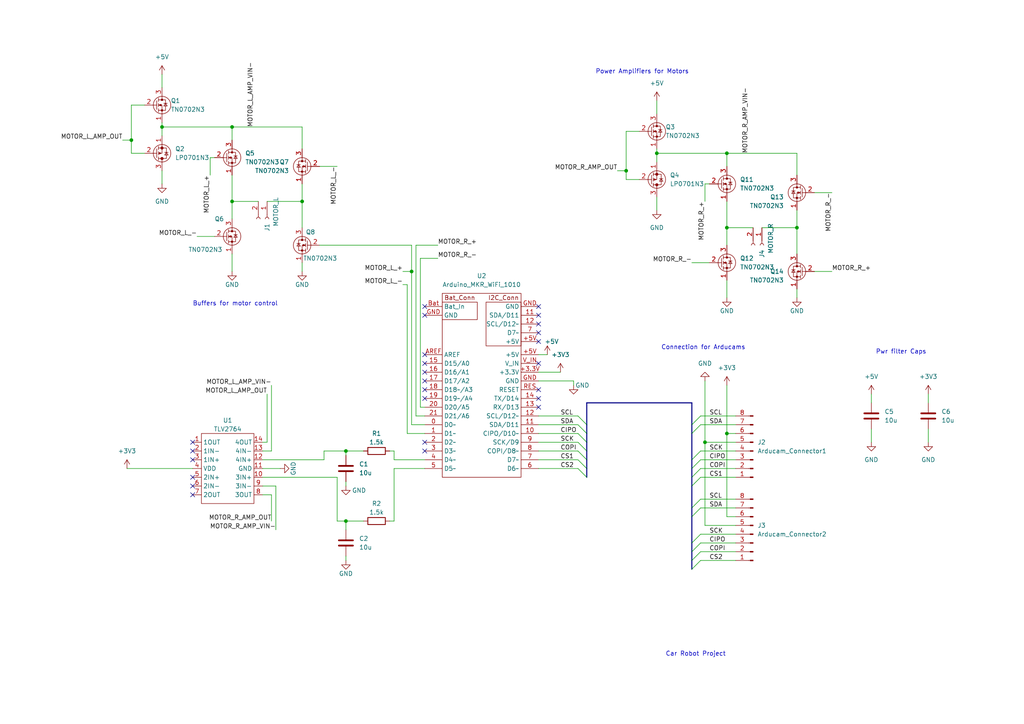
<source format=kicad_sch>
(kicad_sch (version 20211123) (generator eeschema)
  (paper "A4")
  (lib_symbols
    (symbol "Adruino_Shields:Arduino_MKR_WiFi_1010"
      (property "Reference" "U" (at -1.27 -31.75 0))
      (property "Value" "Arduino_MKR_WiFi_1010" (at -1.27 -34.29 0))
      (symbol "Arduino_MKR_WiFi_1010_0_0"
        (rectangle (start 0 17.78) (end 10.16 5.08))
        (text "Bat_Conn" (at -7.62 19.05 0) (effects (font (size 1.27 1.27))))
        (text "I2C_Conn" (at 5.08 19.05 0) (effects (font (size 1.27 1.27))))
      )
      (symbol "Arduino_MKR_WiFi_1010_0_1"
        (rectangle (start -12.7 17.78) (end -2.54 12.7))
        (rectangle (start -12.7 20.32) (end 10.16 -33.02))
      )
      (symbol "Arduino_MKR_WiFi_1010_1_1"
        (pin power_out line (at 15.24 -2.54 180) (length 5.08) (name "+3.3V") (number "+3.3V"))
        (pin power_out line (at 15.24 2.54 180) (length 5.08) (name "+5V") (number "+5V"))
        (pin power_out line (at 15.24 6.35 180) (length 5.08) (name "+5V") (number "+5V"))
        (pin bidirectional line (at -17.78 -17.78 0) (length 5.08) (name "D0~") (number "0"))
        (pin bidirectional line (at -17.78 -20.32 0) (length 5.08) (name "D1~") (number "1"))
        (pin bidirectional line (at 15.24 -20.32 180) (length 5.08) (name "CIPO/D10~") (number "10"))
        (pin bidirectional line (at 15.24 -17.78 180) (length 5.08) (name "SDA/D11") (number "11"))
        (pin bidirectional line (at 15.24 13.97 180) (length 5.08) (name "SDA/D11") (number "11"))
        (pin bidirectional line (at 15.24 -15.24 180) (length 5.08) (name "SCL/D12~") (number "12"))
        (pin bidirectional line (at 15.24 11.43 180) (length 5.08) (name "SCL/D12~") (number "12"))
        (pin bidirectional line (at 15.24 -12.7 180) (length 5.08) (name "RX/D13") (number "13"))
        (pin bidirectional line (at 15.24 -10.16 180) (length 5.08) (name "TX/D14") (number "14"))
        (pin bidirectional line (at -17.78 0 0) (length 5.08) (name "D15/A0") (number "15"))
        (pin bidirectional line (at -17.78 -2.54 0) (length 5.08) (name "D16/A1") (number "16"))
        (pin bidirectional line (at -17.78 -5.08 0) (length 5.08) (name "D17/A2") (number "17"))
        (pin bidirectional line (at -17.78 -7.62 0) (length 5.08) (name "D18~/A3") (number "18"))
        (pin bidirectional line (at -17.78 -10.16 0) (length 5.08) (name "D19~/A4") (number "19"))
        (pin bidirectional line (at -17.78 -22.86 0) (length 5.08) (name "D2~") (number "2"))
        (pin bidirectional line (at -17.78 -12.7 0) (length 5.08) (name "D20/A5") (number "20"))
        (pin bidirectional line (at -17.78 -15.24 0) (length 5.08) (name "D21/A6") (number "21"))
        (pin bidirectional line (at -17.78 -25.4 0) (length 5.08) (name "D3~") (number "3"))
        (pin bidirectional line (at -17.78 -27.94 0) (length 5.08) (name "D4~") (number "4"))
        (pin bidirectional line (at -17.78 -30.48 0) (length 5.08) (name "D5~") (number "5"))
        (pin bidirectional line (at 15.24 -30.48 180) (length 5.08) (name "D6~") (number "6"))
        (pin bidirectional line (at 15.24 -27.94 180) (length 5.08) (name "D7~") (number "7"))
        (pin bidirectional line (at 15.24 8.89 180) (length 5.08) (name "D7~") (number "7"))
        (pin bidirectional line (at 15.24 -25.4 180) (length 5.08) (name "COPI/D8~") (number "8"))
        (pin bidirectional line (at 15.24 -22.86 180) (length 5.08) (name "SCK/D9") (number "9"))
        (pin output line (at -17.78 2.54 0) (length 5.08) (name "AREF") (number "AREF"))
        (pin power_in line (at -17.78 16.51 0) (length 5.08) (name "Bat_In") (number "Bat"))
        (pin power_in line (at -17.78 13.97 0) (length 5.08) (name "GND") (number "GND"))
        (pin power_out line (at 15.24 -5.08 180) (length 5.08) (name "GND") (number "GND"))
        (pin power_out line (at 15.24 16.51 180) (length 5.08) (name "GND") (number "GND"))
        (pin input line (at 15.24 -7.62 180) (length 5.08) (name "RESET") (number "RES"))
        (pin power_in line (at 15.24 0 180) (length 5.08) (name "V_IN") (number "V_IN"))
      )
    )
    (symbol "Amplifier_Operational:TLV2764"
      (property "Reference" "U" (at 0 13.97 0))
      (property "Value" "TLV2764" (at 0 11.43 0))
      (symbol "TLV2764_0_1"
        (rectangle (start -7.62 10.16) (end 7.62 -10.16))
      )
      (symbol "TLV2764_1_1"
        (pin output line (at -10.16 7.62 0) (length 2.54) (name "1OUT") (number "1"))
        (pin input line (at 10.16 -2.54 180) (length 2.54) (name "3IN+") (number "10"))
        (pin power_in line (at 10.16 0 180) (length 2.54) (name "GND") (number "11"))
        (pin input line (at 10.16 2.54 180) (length 2.54) (name "4IN+") (number "12"))
        (pin input line (at 10.16 5.08 180) (length 2.54) (name "4IN-") (number "13"))
        (pin output line (at 10.16 7.62 180) (length 2.54) (name "4OUT") (number "14"))
        (pin input line (at -10.16 5.08 0) (length 2.54) (name "1IN-") (number "2"))
        (pin input line (at -10.16 2.54 0) (length 2.54) (name "1IN+") (number "3"))
        (pin power_in line (at -10.16 0 0) (length 2.54) (name "VDD") (number "4"))
        (pin input line (at -10.16 -2.54 0) (length 2.54) (name "2IN+") (number "5"))
        (pin input line (at -10.16 -5.08 0) (length 2.54) (name "2IN-") (number "6"))
        (pin output line (at -10.16 -7.62 0) (length 2.54) (name "2OUT") (number "7"))
        (pin output line (at 10.16 -7.62 180) (length 2.54) (name "3OUT") (number "8"))
        (pin input line (at 10.16 -5.08 180) (length 2.54) (name "3IN-") (number "9"))
      )
    )
    (symbol "Connector:Conn_01x02_Female" (pin_names (offset 1.016) hide)
      (property "Reference" "J" (at 0 2.54 0))
      (property "Value" "Conn_01x02_Female" (at 0 -5.08 0))
      (symbol "Conn_01x02_Female_1_1"
        (arc (start 0 -2.032) (mid -0.508 -2.54) (end 0 -3.048) (stroke (width 0.1524)))
        (polyline (pts (xy -1.27 -2.54) (xy -0.508 -2.54)) (stroke (width 0.1524)))
        (polyline (pts (xy -1.27 0) (xy -0.508 0)) (stroke (width 0.1524)))
        (arc (start 0 0.508) (mid -0.508 0) (end 0 -0.508) (stroke (width 0.1524)))
        (pin passive line (at -5.08 0 0) (length 3.81) (name "Pin_1") (number "1"))
        (pin passive line (at -5.08 -2.54 0) (length 3.81) (name "Pin_2") (number "2"))
      )
    )
    (symbol "Connector:Conn_01x08_Male" (pin_names (offset 1.016) hide)
      (property "Reference" "J" (at 0 10.16 0))
      (property "Value" "Conn_01x08_Male" (at 0 -12.7 0))
      (symbol "Conn_01x08_Male_1_1"
        (polyline (pts (xy 1.27 -10.16) (xy 0.8636 -10.16)) (stroke (width 0.1524)))
        (polyline (pts (xy 1.27 -7.62) (xy 0.8636 -7.62)) (stroke (width 0.1524)))
        (polyline (pts (xy 1.27 -5.08) (xy 0.8636 -5.08)) (stroke (width 0.1524)))
        (polyline (pts (xy 1.27 -2.54) (xy 0.8636 -2.54)) (stroke (width 0.1524)))
        (polyline (pts (xy 1.27 0) (xy 0.8636 0)) (stroke (width 0.1524)))
        (polyline (pts (xy 1.27 2.54) (xy 0.8636 2.54)) (stroke (width 0.1524)))
        (polyline (pts (xy 1.27 5.08) (xy 0.8636 5.08)) (stroke (width 0.1524)))
        (polyline (pts (xy 1.27 7.62) (xy 0.8636 7.62)) (stroke (width 0.1524)))
        (rectangle (start 0.8636 -10.033) (end 0 -10.287) (stroke (width 0.1524)) (fill (type outline)))
        (rectangle (start 0.8636 -7.493) (end 0 -7.747) (stroke (width 0.1524)) (fill (type outline)))
        (rectangle (start 0.8636 -4.953) (end 0 -5.207) (stroke (width 0.1524)) (fill (type outline)))
        (rectangle (start 0.8636 -2.413) (end 0 -2.667) (stroke (width 0.1524)) (fill (type outline)))
        (rectangle (start 0.8636 0.127) (end 0 -0.127) (stroke (width 0.1524)) (fill (type outline)))
        (rectangle (start 0.8636 2.667) (end 0 2.413) (stroke (width 0.1524)) (fill (type outline)))
        (rectangle (start 0.8636 5.207) (end 0 4.953) (stroke (width 0.1524)) (fill (type outline)))
        (rectangle (start 0.8636 7.747) (end 0 7.493) (stroke (width 0.1524)) (fill (type outline)))
        (pin passive line (at 5.08 7.62 180) (length 3.81) (name "Pin_1") (number "1"))
        (pin passive line (at 5.08 5.08 180) (length 3.81) (name "Pin_2") (number "2"))
        (pin passive line (at 5.08 2.54 180) (length 3.81) (name "Pin_3") (number "3"))
        (pin passive line (at 5.08 0 180) (length 3.81) (name "Pin_4") (number "4"))
        (pin passive line (at 5.08 -2.54 180) (length 3.81) (name "Pin_5") (number "5"))
        (pin passive line (at 5.08 -5.08 180) (length 3.81) (name "Pin_6") (number "6"))
        (pin passive line (at 5.08 -7.62 180) (length 3.81) (name "Pin_7") (number "7"))
        (pin passive line (at 5.08 -10.16 180) (length 3.81) (name "Pin_8") (number "8"))
      )
    )
    (symbol "Device:C" (pin_numbers hide) (pin_names (offset 0.254))
      (property "Reference" "C" (at 0.635 2.54 0))
      (property "Value" "C" (at 0.635 -2.54 0))
      (symbol "C_0_1"
        (polyline (pts (xy -2.032 -0.762) (xy 2.032 -0.762)) (stroke (width 0.508)))
        (polyline (pts (xy -2.032 0.762) (xy 2.032 0.762)) (stroke (width 0.508)))
      )
      (symbol "C_1_1"
        (pin passive line (at 0 3.81 270) (length 2.794) (name "~") (number "1"))
        (pin passive line (at 0 -3.81 90) (length 2.794) (name "~") (number "2"))
      )
    )
    (symbol "Device:R" (pin_numbers hide) (pin_names (offset 0))
      (property "Reference" "R" (at 2.032 0 90))
      (property "Value" "R" (at 0 0 90))
      (symbol "R_0_1"
        (rectangle (start -1.016 -2.54) (end 1.016 2.54) (stroke (width 0.254)))
      )
      (symbol "R_1_1"
        (pin passive line (at 0 3.81 270) (length 1.27) (name "~") (number "1"))
        (pin passive line (at 0 -3.81 90) (length 1.27) (name "~") (number "2"))
      )
    )
    (symbol "Transistor_FET:LP0701N3"
      (property "Reference" "Q" (at 5.08 0 0))
      (property "Value" "LP0701N3" (at 7.62 0 90))
      (symbol "LP0701N3_0_1"
        (circle (center 0 -1.524) (radius 0.3592) (fill (type outline)))
        (polyline (pts (xy -1.524 0) (xy -2.54 0)))
        (polyline (pts (xy -1.524 1.27) (xy -1.524 -1.27)))
        (polyline (pts (xy -1.016 -1.016) (xy -1.016 -2.032)))
        (polyline (pts (xy -1.016 0.508) (xy -1.016 -0.508)))
        (polyline (pts (xy -1.016 2.032) (xy -1.016 1.016)))
        (polyline (pts (xy 0 -1.524) (xy 0 -2.54)))
        (polyline (pts (xy 0 1.524) (xy 0 2.54)))
        (polyline (pts (xy 1.778 0.254) (xy 0.762 0.254)))
        (polyline (pts (xy -1.016 0) (xy 0 0) (xy 0 1.524)))
        (polyline (pts (xy -1.016 1.524) (xy 1.27 1.524) (xy 1.27 -1.524) (xy -1.016 -1.524)))
        (polyline (pts (xy -0.254 0) (xy -0.762 -0.254) (xy -0.762 0.254) (xy -0.254 0)) (fill (type outline)))
        (polyline (pts (xy 1.778 -0.508) (xy 0.762 -0.508) (xy 1.27 0.254) (xy 1.778 -0.508)))
        (circle (center 0 0) (radius 2.54))
        (circle (center 0 1.524) (radius 0.3592) (fill (type outline)))
      )
      (symbol "LP0701N3_1_1"
        (pin passive line (at 0 5.08 270) (length 2.54) (name "") (number "1"))
        (pin passive line (at -5.08 0 0) (length 2.54) (name "") (number "2"))
        (pin passive line (at 0 -5.08 90) (length 2.54) (name "") (number "3"))
      )
    )
    (symbol "Transistor_FET:TN0702N3"
      (property "Reference" "Q" (at 1.27 -7.62 0))
      (property "Value" "TN0702N3" (at 0 15.24 0))
      (symbol "TN0702N3_0_1"
        (circle (center 0 -1.524) (radius 0.254) (fill (type outline)))
        (polyline (pts (xy -1.524 -1.27) (xy -1.524 1.27)))
        (polyline (pts (xy -1.524 0) (xy -2.54 0)))
        (polyline (pts (xy -1.016 -1.016) (xy -1.016 -2.032)))
        (polyline (pts (xy -1.016 0) (xy -1.016 0)))
        (polyline (pts (xy -1.016 0.508) (xy -1.016 -0.508)))
        (polyline (pts (xy -1.016 2.032) (xy -1.016 1.016)))
        (polyline (pts (xy -0.254 -0.254) (xy -0.254 -0.254)))
        (polyline (pts (xy 0 -1.524) (xy 0 -2.54)))
        (polyline (pts (xy 0 1.524) (xy 0 2.54)))
        (polyline (pts (xy 0 2.54) (xy 0 2.54)))
        (polyline (pts (xy 0.508 0.508) (xy 1.524 0.508)))
        (polyline (pts (xy 0 -1.524) (xy 0 0) (xy -1.016 0)))
        (polyline (pts (xy -1.016 -1.524) (xy 1.016 -1.524) (xy 1.016 1.524) (xy -1.016 1.524)))
        (polyline (pts (xy -1.016 0) (xy -0.254 0.254) (xy -0.254 -0.254) (xy -1.016 0)) (fill (type outline)))
        (polyline (pts (xy 0.508 -0.254) (xy 1.016 0.508) (xy 1.524 -0.254) (xy 0.508 -0.254)))
        (circle (center 0 0) (radius 2.54))
        (circle (center 0 1.524) (radius 0.254) (fill (type outline)))
      )
      (symbol "TN0702N3_1_1"
        (pin passive line (at 0 -5.08 90) (length 2.54) (name "") (number "1"))
        (pin passive line (at -5.08 0 0) (length 2.54) (name "") (number "2"))
        (pin passive line (at 0 5.08 270) (length 2.54) (name "") (number "3"))
      )
    )
    (symbol "power:+3.3V" (power) (pin_names (offset 0))
      (property "Value" "+3.3V" (at 0 3.556 0))
      (symbol "+3.3V_0_1"
        (polyline (pts (xy -0.762 1.27) (xy 0 2.54)))
        (polyline (pts (xy 0 0) (xy 0 2.54)))
        (polyline (pts (xy 0 2.54) (xy 0.762 1.27)))
      )
      (symbol "+3.3V_1_1"
        (pin power_in line (at 0 0 90) (length 0) hide (name "+3V3") (number "1"))
      )
    )
    (symbol "power:+5V" (power) (pin_names (offset 0))
      (property "Value" "+5V" (at 0 3.556 0))
      (symbol "+5V_0_1"
        (polyline (pts (xy -0.762 1.27) (xy 0 2.54)))
        (polyline (pts (xy 0 0) (xy 0 2.54)))
        (polyline (pts (xy 0 2.54) (xy 0.762 1.27)))
      )
      (symbol "+5V_1_1"
        (pin power_in line (at 0 0 90) (length 0) hide (name "+5V") (number "1"))
      )
    )
    (symbol "power:GND" (power) (pin_names (offset 0))
      (property "Value" "GND" (at 0 -3.81 0))
      (symbol "GND_0_1"
        (polyline (pts (xy 0 0) (xy 0 -1.27) (xy 1.27 -1.27) (xy 0 -2.54) (xy -1.27 -1.27) (xy 0 -1.27)))
      )
      (symbol "GND_1_1"
        (pin power_in line (at 0 0 270) (length 0) hide (name "GND") (number "1"))
      )
    )
  )
  (junction (at 67.31 58.42))
  (junction (at 210.82 125.73))
  (junction (at 204.47 128.27))
  (junction (at 119.38 78.74))
  (junction (at 210.82 66.04))
  (junction (at 38.1 40.64))
  (junction (at 100.33 130.81))
  (junction (at 190.5 44.45))
  (junction (at 231.14 66.04))
  (junction (at 210.82 44.45))
  (junction (at 100.33 151.13))
  (junction (at 87.63 58.42))
  (junction (at 67.31 36.83))
  (junction (at 181.61 49.53))
  (junction (at 46.99 36.83))
  (no_connect (at 156.21 99.06))
  (no_connect (at 156.21 96.52))
  (no_connect (at 156.21 93.98))
  (no_connect (at 156.21 91.44))
  (no_connect (at 123.19 88.9))
  (no_connect (at 123.19 91.44))
  (no_connect (at 156.21 105.41))
  (no_connect (at 156.21 118.11))
  (no_connect (at 156.21 115.57))
  (no_connect (at 123.19 130.81))
  (no_connect (at 123.19 128.27))
  (no_connect (at 156.21 113.03))
  (no_connect (at 156.21 88.9))
  (no_connect (at 123.19 105.41))
  (no_connect (at 123.19 102.87))
  (no_connect (at 123.19 113.03))
  (no_connect (at 123.19 110.49))
  (no_connect (at 123.19 107.95))
  (no_connect (at 123.19 115.57))
  (no_connect (at 55.88 138.43))
  (no_connect (at 55.88 140.97))
  (no_connect (at 55.88 143.51))
  (no_connect (at 55.88 133.35))
  (no_connect (at 55.88 128.27))
  (no_connect (at 55.88 130.81))
  (bus_entry (at 200.66 133.35) (size 2.54 -2.54))
  (bus_entry (at 200.66 135.89) (size 2.54 -2.54))
  (bus_entry (at 200.66 138.43) (size 2.54 -2.54))
  (bus_entry (at 167.64 120.65) (size 2.54 2.54))
  (bus_entry (at 167.64 133.35) (size 2.54 2.54))
  (bus_entry (at 167.64 135.89) (size 2.54 2.54))
  (bus_entry (at 167.64 128.27) (size 2.54 2.54))
  (bus_entry (at 167.64 130.81) (size 2.54 2.54))
  (bus_entry (at 167.64 123.19) (size 2.54 2.54))
  (bus_entry (at 167.64 125.73) (size 2.54 2.54))
  (bus_entry (at 200.66 157.48) (size 2.54 -2.54))
  (bus_entry (at 200.66 165.1) (size 2.54 -2.54))
  (bus_entry (at 200.66 160.02) (size 2.54 -2.54))
  (bus_entry (at 200.66 162.56) (size 2.54 -2.54))
  (bus_entry (at 200.66 147.32) (size 2.54 -2.54))
  (bus_entry (at 200.66 149.86) (size 2.54 -2.54))
  (bus_entry (at 200.66 140.97) (size 2.54 -2.54))
  (bus_entry (at 203.2 123.19) (size -2.54 2.54))
  (bus_entry (at 203.2 120.65) (size -2.54 2.54))
  (wire (pts (xy 220.98 66.04) (xy 231.14 66.04)))
  (wire (pts (xy 231.14 83.82) (xy 231.14 86.36)))
  (bus (pts (xy 170.18 128.27) (xy 170.18 130.81)))
  (wire (pts (xy 210.82 58.42) (xy 210.82 66.04)))
  (wire (pts (xy 67.31 73.66) (xy 67.31 78.74)))
  (wire (pts (xy 46.99 36.83) (xy 67.31 36.83)))
  (wire (pts (xy 181.61 52.07) (xy 185.42 52.07)))
  (wire (pts (xy 203.2 135.89) (xy 213.36 135.89)))
  (wire (pts (xy 156.21 135.89) (xy 167.64 135.89)))
  (wire (pts (xy 269.24 114.3) (xy 269.24 116.84)))
  (bus (pts (xy 200.66 157.48) (xy 200.66 160.02)))
  (wire (pts (xy 76.2 133.35) (xy 93.98 133.35)))
  (wire (pts (xy 156.21 125.73) (xy 167.64 125.73)))
  (wire (pts (xy 78.74 143.51) (xy 76.2 143.51)))
  (wire (pts (xy 190.5 43.18) (xy 190.5 44.45)))
  (wire (pts (xy 156.21 110.49) (xy 166.37 110.49)))
  (wire (pts (xy 46.99 49.53) (xy 46.99 53.34)))
  (wire (pts (xy 231.14 50.8) (xy 231.14 44.45)))
  (wire (pts (xy 93.98 130.81) (xy 100.33 130.81)))
  (wire (pts (xy 35.56 40.64) (xy 38.1 40.64)))
  (wire (pts (xy 156.21 128.27) (xy 167.64 128.27)))
  (wire (pts (xy 204.47 58.42) (xy 204.47 53.34)))
  (bus (pts (xy 200.66 147.32) (xy 200.66 149.86)))
  (wire (pts (xy 210.82 44.45) (xy 231.14 44.45)))
  (wire (pts (xy 76.2 138.43) (xy 97.79 138.43)))
  (wire (pts (xy 156.21 130.81) (xy 167.64 130.81)))
  (bus (pts (xy 170.18 130.81) (xy 170.18 133.35)))
  (wire (pts (xy 203.2 123.19) (xy 213.36 123.19)))
  (wire (pts (xy 156.21 133.35) (xy 167.64 133.35)))
  (wire (pts (xy 76.2 128.27) (xy 77.47 128.27)))
  (wire (pts (xy 38.1 44.45) (xy 41.91 44.45)))
  (bus (pts (xy 170.18 116.84) (xy 170.18 123.19)))
  (wire (pts (xy 156.21 107.95) (xy 162.56 107.95)))
  (wire (pts (xy 203.2 133.35) (xy 213.36 133.35)))
  (wire (pts (xy 67.31 36.83) (xy 67.31 40.64)))
  (wire (pts (xy 203.2 130.81) (xy 213.36 130.81)))
  (wire (pts (xy 97.79 138.43) (xy 97.79 151.13)))
  (wire (pts (xy 121.92 118.11) (xy 121.92 74.93)))
  (bus (pts (xy 200.66 133.35) (xy 200.66 135.89)))
  (wire (pts (xy 204.47 53.34) (xy 205.74 53.34)))
  (wire (pts (xy 93.98 133.35) (xy 93.98 130.81)))
  (wire (pts (xy 76.2 130.81) (xy 78.74 130.81)))
  (wire (pts (xy 210.82 44.45) (xy 210.82 48.26)))
  (wire (pts (xy 77.47 128.27) (xy 77.47 114.3)))
  (wire (pts (xy 38.1 30.48) (xy 41.91 30.48)))
  (bus (pts (xy 170.18 133.35) (xy 170.18 135.89)))
  (wire (pts (xy 156.21 120.65) (xy 167.64 120.65)))
  (wire (pts (xy 38.1 40.64) (xy 38.1 44.45)))
  (wire (pts (xy 156.21 123.19) (xy 167.64 123.19)))
  (wire (pts (xy 120.65 71.12) (xy 127 71.12)))
  (bus (pts (xy 200.66 149.86) (xy 200.66 157.48)))
  (wire (pts (xy 87.63 76.2) (xy 87.63 78.74)))
  (wire (pts (xy 203.2 120.65) (xy 213.36 120.65)))
  (wire (pts (xy 60.96 45.72) (xy 62.23 45.72)))
  (wire (pts (xy 121.92 74.93) (xy 127 74.93)))
  (wire (pts (xy 38.1 30.48) (xy 38.1 40.64)))
  (wire (pts (xy 166.37 110.49) (xy 166.37 111.76)))
  (wire (pts (xy 118.11 82.55) (xy 118.11 125.73)))
  (wire (pts (xy 231.14 66.04) (xy 231.14 60.96)))
  (wire (pts (xy 67.31 36.83) (xy 87.63 36.83)))
  (bus (pts (xy 200.66 162.56) (xy 200.66 165.1)))
  (wire (pts (xy 87.63 58.42) (xy 87.63 53.34)))
  (wire (pts (xy 210.82 66.04) (xy 218.44 66.04)))
  (wire (pts (xy 114.3 151.13) (xy 114.3 135.89)))
  (wire (pts (xy 67.31 58.42) (xy 67.31 63.5)))
  (wire (pts (xy 105.41 130.81) (xy 100.33 130.81)))
  (wire (pts (xy 97.79 151.13) (xy 100.33 151.13)))
  (wire (pts (xy 100.33 151.13) (xy 100.33 153.67)))
  (wire (pts (xy 67.31 58.42) (xy 74.93 58.42)))
  (wire (pts (xy 57.15 68.58) (xy 62.23 68.58)))
  (wire (pts (xy 190.5 29.21) (xy 190.5 33.02)))
  (wire (pts (xy 87.63 43.18) (xy 87.63 36.83)))
  (wire (pts (xy 204.47 128.27) (xy 204.47 152.4)))
  (wire (pts (xy 123.19 123.19) (xy 119.38 123.19)))
  (wire (pts (xy 114.3 135.89) (xy 123.19 135.89)))
  (bus (pts (xy 200.66 160.02) (xy 200.66 162.56)))
  (wire (pts (xy 100.33 151.13) (xy 105.41 151.13)))
  (wire (pts (xy 46.99 35.56) (xy 46.99 36.83)))
  (wire (pts (xy 114.3 133.35) (xy 114.3 130.81)))
  (wire (pts (xy 113.03 151.13) (xy 114.3 151.13)))
  (wire (pts (xy 46.99 21.59) (xy 46.99 25.4)))
  (wire (pts (xy 269.24 124.46) (xy 269.24 128.27)))
  (wire (pts (xy 119.38 78.74) (xy 116.84 78.74)))
  (wire (pts (xy 204.47 110.49) (xy 204.47 128.27)))
  (wire (pts (xy 236.22 78.74) (xy 241.3 78.74)))
  (wire (pts (xy 123.19 133.35) (xy 114.3 133.35)))
  (wire (pts (xy 119.38 123.19) (xy 119.38 78.74)))
  (wire (pts (xy 181.61 49.53) (xy 181.61 52.07)))
  (wire (pts (xy 190.5 44.45) (xy 190.5 46.99)))
  (bus (pts (xy 200.66 140.97) (xy 200.66 147.32)))
  (wire (pts (xy 190.5 57.15) (xy 190.5 60.96)))
  (wire (pts (xy 210.82 149.86) (xy 210.82 125.73)))
  (wire (pts (xy 200.66 76.2) (xy 205.74 76.2)))
  (wire (pts (xy 210.82 66.04) (xy 210.82 71.12)))
  (wire (pts (xy 100.33 162.56) (xy 100.33 161.29)))
  (bus (pts (xy 170.18 125.73) (xy 170.18 128.27)))
  (wire (pts (xy 123.19 120.65) (xy 120.65 120.65)))
  (wire (pts (xy 204.47 152.4) (xy 213.36 152.4)))
  (bus (pts (xy 170.18 123.19) (xy 170.18 125.73)))
  (wire (pts (xy 213.36 149.86) (xy 210.82 149.86)))
  (wire (pts (xy 46.99 36.83) (xy 46.99 39.37)))
  (wire (pts (xy 190.5 44.45) (xy 210.82 44.45)))
  (wire (pts (xy 100.33 140.97) (xy 100.33 139.7)))
  (bus (pts (xy 200.66 123.19) (xy 200.66 125.73)))
  (wire (pts (xy 92.71 48.26) (xy 97.79 48.26)))
  (wire (pts (xy 181.61 38.1) (xy 185.42 38.1)))
  (wire (pts (xy 203.2 160.02) (xy 213.36 160.02)))
  (wire (pts (xy 204.47 128.27) (xy 213.36 128.27)))
  (wire (pts (xy 116.84 82.55) (xy 118.11 82.55)))
  (wire (pts (xy 203.2 154.94) (xy 213.36 154.94)))
  (wire (pts (xy 231.14 66.04) (xy 231.14 73.66)))
  (bus (pts (xy 200.66 125.73) (xy 200.66 133.35)))
  (wire (pts (xy 113.03 130.81) (xy 114.3 130.81)))
  (wire (pts (xy 67.31 50.8) (xy 67.31 58.42)))
  (bus (pts (xy 200.66 116.84) (xy 200.66 123.19)))
  (bus (pts (xy 170.18 135.89) (xy 170.18 138.43)))
  (wire (pts (xy 203.2 138.43) (xy 213.36 138.43)))
  (wire (pts (xy 179.07 49.53) (xy 181.61 49.53)))
  (wire (pts (xy 92.71 71.12) (xy 119.38 71.12)))
  (wire (pts (xy 252.73 124.46) (xy 252.73 128.27)))
  (wire (pts (xy 156.21 102.87) (xy 158.75 102.87)))
  (bus (pts (xy 200.66 135.89) (xy 200.66 138.43)))
  (wire (pts (xy 252.73 114.3) (xy 252.73 116.84)))
  (wire (pts (xy 78.74 151.13) (xy 78.74 143.51)))
  (bus (pts (xy 200.66 138.43) (xy 200.66 140.97)))
  (wire (pts (xy 36.83 135.89) (xy 55.88 135.89)))
  (wire (pts (xy 236.22 55.88) (xy 241.3 55.88)))
  (wire (pts (xy 203.2 162.56) (xy 213.36 162.56)))
  (wire (pts (xy 119.38 78.74) (xy 119.38 71.12)))
  (wire (pts (xy 123.19 118.11) (xy 121.92 118.11)))
  (wire (pts (xy 118.11 125.73) (xy 123.19 125.73)))
  (wire (pts (xy 80.01 153.67) (xy 80.01 140.97)))
  (wire (pts (xy 77.47 58.42) (xy 87.63 58.42)))
  (wire (pts (xy 78.74 130.81) (xy 78.74 111.76)))
  (wire (pts (xy 210.82 125.73) (xy 210.82 111.76)))
  (wire (pts (xy 76.2 135.89) (xy 81.28 135.89)))
  (wire (pts (xy 60.96 50.8) (xy 60.96 45.72)))
  (wire (pts (xy 210.82 125.73) (xy 213.36 125.73)))
  (wire (pts (xy 87.63 58.42) (xy 87.63 66.04)))
  (wire (pts (xy 203.2 157.48) (xy 213.36 157.48)))
  (wire (pts (xy 210.82 81.28) (xy 210.82 86.36)))
  (wire (pts (xy 100.33 130.81) (xy 100.33 132.08)))
  (wire (pts (xy 120.65 120.65) (xy 120.65 71.12)))
  (wire (pts (xy 203.2 144.78) (xy 213.36 144.78)))
  (wire (pts (xy 181.61 38.1) (xy 181.61 49.53)))
  (bus (pts (xy 170.18 116.84) (xy 200.66 116.84)))
  (wire (pts (xy 203.2 147.32) (xy 213.36 147.32)))
  (wire (pts (xy 80.01 140.97) (xy 76.2 140.97)))
  (text "Pwr filter Caps" (at 254 102.87 0) (effects (font (size 1.27 1.27)) (justify left bottom)))
  (text "Power Amplifiers for Motors\n" (at 172.72 21.59 0) (effects (font (size 1.27 1.27)) (justify left bottom)))
  (text "Buffers for motor control" (at 55.88 88.9 0) (effects (font (size 1.27 1.27)) (justify left bottom)))
  (text "Connection for Arducams" (at 191.77 101.6 0) (effects (font (size 1.27 1.27)) (justify left bottom)))
  (text "Car Robot Project\n" (at 193.04 190.5 0) (effects (font (size 1.27 1.27)) (justify left bottom)))
  (label "CS2" (at 205.74 162.56 0))
  (label "CIPO" (at 205.74 133.35 0))
  (label "MOTOR_L_+" (at 60.96 50.8 270))
  (label "MOTOR_L_AMP_VIN-" (at 78.74 111.76 180))
  (label "MOTOR_R_+" (at 241.3 78.74 0))
  (label "MOTOR_R_-" (at 127 74.93 0))
  (label "SCL" (at 205.74 120.65 0))
  (label "CIPO" (at 162.56 125.73 0))
  (label "SDA" (at 205.74 123.19 0))
  (label "SCL" (at 162.56 120.65 0))
  (label "MOTOR_L_-" (at 57.15 68.58 180))
  (label "SDA" (at 162.56 123.19 0))
  (label "SCL" (at 205.74 144.78 0))
  (label "MOTOR_R_AMP_VIN-" (at 217.17 44.45 90))
  (label "MOTOR_L_AMP_VIN-" (at 73.66 36.83 90))
  (label "SCK" (at 162.56 128.27 0))
  (label "CS2" (at 162.56 135.89 0))
  (label "CS1" (at 162.56 133.35 0))
  (label "MOTOR_R_-" (at 200.66 76.2 180))
  (label "MOTOR_L_-" (at 116.84 82.55 180))
  (label "CS1" (at 205.74 138.43 0))
  (label "SDA" (at 205.74 147.32 0))
  (label "COPI" (at 205.74 160.02 0))
  (label "CIPO" (at 205.74 157.48 0))
  (label "MOTOR_R_AMP_VIN-" (at 80.01 153.67 180))
  (label "MOTOR_L_+" (at 116.84 78.74 180))
  (label "SCK" (at 205.74 130.81 0))
  (label "COPI" (at 205.74 135.89 0))
  (label "MOTOR_R_+" (at 204.47 58.42 270))
  (label "COPI" (at 162.56 130.81 0))
  (label "MOTOR_L_AMP_OUT" (at 35.56 40.64 180))
  (label "MOTOR_R_-" (at 241.3 55.88 270))
  (label "MOTOR_L_-" (at 97.79 48.26 270))
  (label "SCK" (at 205.74 154.94 0))
  (label "MOTOR_L_AMP_OUT" (at 77.47 114.3 180))
  (label "MOTOR_R_AMP_OUT" (at 78.74 151.13 180))
  (label "MOTOR_R_+" (at 127 71.12 0))
  (label "MOTOR_R_AMP_OUT" (at 179.07 49.53 180))
  (symbol (lib_id "power:GND") (at 166.37 111.76 0) (unit 1)
    (property "Reference" "#PWR07" (effects hide))
    (property "Value" "GND" (at 168.91 111.76 0))
  )
  (symbol (lib_id "Connector:Conn_01x02_Female") (at 220.98 71.12 270) (unit 1)
    (property "Reference" "J4" (at 220.9801 72.39 0) (effects (justify left)))
    (property "Value" "MOTOR_R" (at 223.52 64.77 0) (effects (justify left)))
    (property "Footprint" "Connector_PinHeader_2.00mm:PinHeader_1x02_P2.00mm_Vertical" (effects hide))
  )
  (symbol (lib_id "Device:C") (at 252.73 120.65 0) (unit 1)
    (property "Reference" "C5" (at 256.54 119.3799 0) (effects (justify left)))
    (property "Value" "10u" (at 256.54 121.9199 0) (effects (justify left)))
    (property "Footprint" "Connector_PinHeader_2.54mm:PinHeader_1x08_P2.54mm_Vertical" (effects hide))
  )
  (symbol (lib_id "power:GND") (at 269.24 128.27 0) (unit 1)
    (property "Reference" "#PWR026" (effects hide))
    (property "Value" "GND" (at 269.24 133.35 0))
  )
  (symbol (lib_id "Transistor_FET:TN0702N3") (at 231.14 78.74 0) (mirror y) (unit 1)
    (property "Reference" "Q14" (at 227.33 78.74 0) (effects (justify left)))
    (property "Value" "TN0702N3" (at 227.33 81.28 0) (effects (justify left)))
    (property "Footprint" "Package_TO_SOT_THT:TO-92L_Inline" (effects hide))
  )
  (symbol (lib_id "Transistor_FET:TN0702N3") (at 67.31 45.72 0) (unit 1)
    (property "Reference" "Q5" (at 71.12 44.4499 0) (effects (justify left)))
    (property "Value" "TN0702N3" (at 71.12 46.9899 0) (effects (justify left)))
    (property "Footprint" "Package_TO_SOT_THT:TO-92L_Inline" (effects hide))
  )
  (symbol (lib_id "Transistor_FET:TN0702N3") (at 87.63 48.26 0) (mirror y) (unit 1)
    (property "Reference" "Q7" (at 83.82 46.9899 0) (effects (justify left)))
    (property "Value" "TN0702N3" (at 83.82 49.5299 0) (effects (justify left)))
    (property "Footprint" "Package_TO_SOT_THT:TO-92L_Inline" (effects hide))
  )
  (symbol (lib_id "power:GND") (at 46.99 53.34 0) (unit 1)
    (property "Reference" "#PWR09" (effects hide))
    (property "Value" "GND" (at 46.99 58.42 0))
  )
  (symbol (lib_id "Transistor_FET:TN0702N3") (at 231.14 55.88 0) (mirror y) (unit 1)
    (property "Reference" "Q13" (at 227.33 57.15 0) (effects (justify left)))
    (property "Value" "TN0702N3" (at 227.33 59.69 0) (effects (justify left)))
    (property "Footprint" "Package_TO_SOT_THT:TO-92L_Inline" (effects hide))
  )
  (symbol (lib_id "Connector:Conn_01x02_Female") (at 77.47 63.5 270) (unit 1)
    (property "Reference" "J1" (at 77.4701 64.77 0) (effects (justify left)))
    (property "Value" "MOTOR_L" (at 80.01 57.15 0) (effects (justify left)))
    (property "Footprint" "Connector_PinHeader_2.00mm:PinHeader_1x02_P2.00mm_Vertical" (effects hide))
  )
  (symbol (lib_id "Transistor_FET:LP0701N3") (at 46.99 44.45 0) (unit 1)
    (property "Reference" "Q2" (at 50.8 43.1799 0) (effects (justify left)))
    (property "Value" "LP0701N3" (at 50.8 45.7199 0) (effects (justify left)))
    (property "Footprint" "Package_TO_SOT_THT:TO-92L_Inline" (effects hide))
  )
  (symbol (lib_id "power:GND") (at 100.33 140.97 0) (unit 1)
    (property "Reference" "#PWR03" (effects hide))
    (property "Value" "GND" (at 104.14 142.24 0))
  )
  (symbol (lib_id "Transistor_FET:TN0702N3") (at 46.99 30.48 0) (unit 1)
    (property "Reference" "Q1" (at 49.53 29.21 0) (effects (justify left)))
    (property "Value" "TN0702N3" (at 49.53 31.75 0) (effects (justify left)))
    (property "Footprint" "Package_TO_SOT_THT:TO-92L_Inline" (effects hide))
  )
  (symbol (lib_id "Transistor_FET:TN0702N3") (at 190.5 38.1 0) (unit 1)
    (property "Reference" "Q3" (at 193.04 36.83 0) (effects (justify left)))
    (property "Value" "TN0702N3" (at 193.04 39.37 0) (effects (justify left)))
    (property "Footprint" "Package_TO_SOT_THT:TO-92L_Inline" (effects hide))
  )
  (symbol (lib_id "power:GND") (at 100.33 162.56 0) (unit 1)
    (property "Reference" "#PWR04" (effects hide))
    (property "Value" "GND" (at 100.33 166.37 0))
  )
  (symbol (lib_id "Device:R") (at 109.22 130.81 90) (unit 1)
    (property "Reference" "R1" (at 109.22 125.73 90))
    (property "Value" "1.5k" (at 109.22 128.27 90))
    (property "Footprint" "Resistor_THT:R_Axial_DIN0207_L6.3mm_D2.5mm_P10.16mm_Horizontal" (effects hide))
  )
  (symbol (lib_id "Adruino_Shields:Arduino_MKR_WiFi_1010") (at 140.97 105.41 0) (unit 1)
    (property "Reference" "U2" (at 139.7 80.01 0))
    (property "Value" "Arduino_MKR_WiFi_1010" (at 139.7 82.55 0))
    (property "Footprint" "Arduino_Shields:Arduino_MKR_1010" (effects hide))
  )
  (symbol (lib_id "power:+3.3V") (at 162.56 107.95 0) (unit 1)
    (property "Reference" "#PWR06" (effects hide))
    (property "Value" "+3.3V" (at 162.56 102.87 0))
  )
  (symbol (lib_id "power:GND") (at 190.5 60.96 0) (unit 1)
    (property "Reference" "#PWR014" (effects hide))
    (property "Value" "GND" (at 190.5 66.04 0))
  )
  (symbol (lib_id "Device:C") (at 100.33 135.89 0) (unit 1)
    (property "Reference" "C1" (at 104.14 134.6199 0) (effects (justify left)))
    (property "Value" "10u" (at 104.14 137.1599 0) (effects (justify left)))
    (property "Footprint" "Connector_PinHeader_2.54mm:PinHeader_1x08_P2.54mm_Vertical" (effects hide))
  )
  (symbol (lib_id "power:+5V") (at 190.5 29.21 0) (unit 1)
    (property "Reference" "#PWR012" (effects hide))
    (property "Value" "+5V" (at 190.5 24.13 0))
  )
  (symbol (lib_id "power:GND") (at 81.28 135.89 90) (unit 1)
    (property "Reference" "#PWR02" (effects hide))
    (property "Value" "GND" (at 85.09 135.89 0))
  )
  (symbol (lib_id "Transistor_FET:TN0702N3") (at 210.82 53.34 0) (unit 1)
    (property "Reference" "Q11" (at 214.63 52.0699 0) (effects (justify left)))
    (property "Value" "TN0702N3" (at 214.63 54.6099 0) (effects (justify left)))
    (property "Footprint" "Package_TO_SOT_THT:TO-92L_Inline" (effects hide))
  )
  (symbol (lib_id "power:+3.3V") (at 210.82 111.76 0) (unit 1)
    (property "Reference" "#PWR0101" (effects hide))
    (property "Value" "+3.3V" (at 210.82 106.68 0))
  )
  (symbol (lib_id "power:+3.3V") (at 36.83 135.89 0) (unit 1)
    (property "Reference" "#PWR01" (effects hide))
    (property "Value" "+3.3V" (at 36.83 130.81 0))
  )
  (symbol (lib_id "power:GND") (at 210.82 86.36 0) (unit 1)
    (property "Reference" "#PWR015" (effects hide))
    (property "Value" "GND" (at 210.82 90.17 0))
  )
  (symbol (lib_id "Device:C") (at 100.33 157.48 0) (unit 1)
    (property "Reference" "C2" (at 104.14 156.2099 0) (effects (justify left)))
    (property "Value" "10u" (at 104.14 158.7499 0) (effects (justify left)))
    (property "Footprint" "Capacitor_THT:C_Disc_D4.3mm_W1.9mm_P5.00mm" (effects hide))
  )
  (symbol (lib_id "power:+5V") (at 46.99 21.59 0) (unit 1)
    (property "Reference" "#PWR08" (effects hide))
    (property "Value" "+5V" (at 46.99 16.51 0))
  )
  (symbol (lib_id "Transistor_FET:TN0702N3") (at 210.82 76.2 0) (unit 1)
    (property "Reference" "Q12" (at 214.63 74.9299 0) (effects (justify left)))
    (property "Value" "TN0702N3" (at 214.63 77.4699 0) (effects (justify left)))
    (property "Footprint" "Package_TO_SOT_THT:TO-92L_Inline" (effects hide))
  )
  (symbol (lib_id "power:GND") (at 67.31 78.74 0) (unit 1)
    (property "Reference" "#PWR016" (effects hide))
    (property "Value" "GND" (at 67.31 82.55 0))
  )
  (symbol (lib_id "Transistor_FET:LP0701N3") (at 190.5 52.07 0) (unit 1)
    (property "Reference" "Q4" (at 194.31 50.7999 0) (effects (justify left)))
    (property "Value" "LP0701N3" (at 194.31 53.3399 0) (effects (justify left)))
    (property "Footprint" "Package_TO_SOT_THT:TO-92L_Inline" (effects hide))
  )
  (symbol (lib_id "Device:R") (at 109.22 151.13 90) (unit 1)
    (property "Reference" "R2" (at 109.22 146.05 90))
    (property "Value" "1.5k" (at 109.22 148.59 90))
    (property "Footprint" "Resistor_THT:R_Axial_DIN0207_L6.3mm_D2.5mm_P10.16mm_Horizontal" (effects hide))
  )
  (symbol (lib_id "Connector:Conn_01x08_Male") (at 218.44 130.81 180) (unit 1)
    (property "Reference" "J2" (at 219.71 128.2699 0) (effects (justify right)))
    (property "Value" "Arducam_Connector1" (at 219.71 130.8099 0) (effects (justify right)))
    (property "Footprint" "Connector_PinHeader_2.54mm:PinHeader_1x08_P2.54mm_Vertical" (effects hide))
  )
  (symbol (lib_id "power:+5V") (at 252.73 114.3 0) (unit 1)
    (property "Reference" "#PWR020" (effects hide))
    (property "Value" "+5V" (at 252.73 109.22 0))
  )
  (symbol (lib_id "power:+3.3V") (at 269.24 114.3 0) (unit 1)
    (property "Reference" "#PWR025" (effects hide))
    (property "Value" "+3.3V" (at 269.24 109.22 0))
  )
  (symbol (lib_id "power:GND") (at 204.47 110.49 180) (unit 1)
    (property "Reference" "#PWR011" (effects hide))
    (property "Value" "GND" (at 204.47 105.41 0))
  )
  (symbol (lib_id "power:+5V") (at 158.75 102.87 0) (unit 1)
    (property "Reference" "#PWR05" (effects hide))
    (property "Value" "+5V" (at 160.02 99.06 0))
  )
  (symbol (lib_id "power:GND") (at 252.73 128.27 0) (unit 1)
    (property "Reference" "#PWR023" (effects hide))
    (property "Value" "GND" (at 252.73 133.35 0))
  )
  (symbol (lib_id "power:GND") (at 87.63 78.74 0) (unit 1)
    (property "Reference" "#PWR017" (effects hide))
    (property "Value" "GND" (at 87.63 82.55 0))
  )
  (symbol (lib_id "Transistor_FET:TN0702N3") (at 87.63 71.12 0) (mirror y) (unit 1)
    (property "Reference" "Q8" (at 91.44 67.31 0) (effects (justify left)))
    (property "Value" "TN0702N3" (at 97.79 74.93 0) (effects (justify left)))
    (property "Footprint" "Package_TO_SOT_THT:TO-92L_Inline" (effects hide))
  )
  (symbol (lib_id "Amplifier_Operational:TLV2764") (at 66.04 135.89 0) (unit 1)
    (property "Reference" "U1" (at 66.04 121.92 0))
    (property "Value" "TLV2764" (at 66.04 124.46 0))
    (property "Footprint" "Package_DIP:DIP-14_W7.62mm" (effects hide))
  )
  (symbol (lib_id "power:GND") (at 231.14 86.36 0) (unit 1)
    (property "Reference" "#PWR022" (effects hide))
    (property "Value" "GND" (at 231.14 90.17 0))
  )
  (symbol (lib_id "Transistor_FET:TN0702N3") (at 67.31 68.58 0) (unit 1)
    (property "Reference" "Q6" (at 62.23 63.5 0) (effects (justify left)))
    (property "Value" "TN0702N3" (at 54.61 72.39 0) (effects (justify left)))
    (property "Footprint" "Package_TO_SOT_THT:TO-92L_Inline" (effects hide))
  )
  (symbol (lib_id "Connector:Conn_01x08_Male") (at 218.44 154.94 180) (unit 1)
    (property "Reference" "J3" (at 219.71 152.3999 0) (effects (justify right)))
    (property "Value" "Arducam_Connector2" (at 219.71 154.9399 0) (effects (justify right)))
    (property "Footprint" "Connector_PinHeader_2.54mm:PinHeader_1x08_P2.54mm_Vertical" (effects hide))
  )
  (symbol (lib_id "Device:C") (at 269.24 120.65 0) (unit 1)
    (property "Reference" "C6" (at 273.05 119.3799 0) (effects (justify left)))
    (property "Value" "10u" (at 273.05 121.9199 0) (effects (justify left)))
    (property "Footprint" "Connector_PinHeader_2.54mm:PinHeader_1x08_P2.54mm_Vertical" (effects hide))
  )
)
</source>
